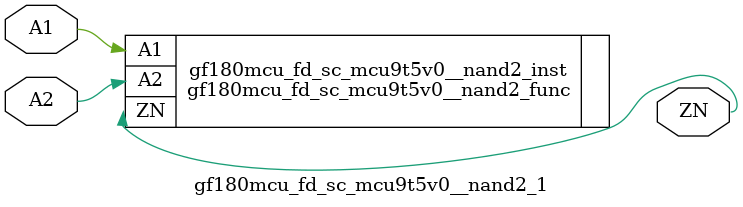
<source format=v>

`ifndef GF180MCU_FD_SC_MCU9T5V0__NAND2_1_V
`define GF180MCU_FD_SC_MCU9T5V0__NAND2_1_V

`include "gf180mcu_fd_sc_mcu9t5v0__nand2_func.v"

`ifdef USE_POWER_PINS
module gf180mcu_fd_sc_mcu9t5v0__nand2_1( A2, ZN, A1, VDD, VSS );
inout VDD, VSS;
`else // If not USE_POWER_PINS
module gf180mcu_fd_sc_mcu9t5v0__nand2_1( A2, ZN, A1 );
`endif // If not USE_POWER_PINS
input A1, A2;
output ZN;

`ifdef USE_POWER_PINS
  gf180mcu_fd_sc_mcu9t5v0__nand2_func gf180mcu_fd_sc_mcu9t5v0__nand2_inst(.A2(A2),.ZN(ZN),.A1(A1),.VDD(VDD),.VSS(VSS));
`else // If not USE_POWER_PINS
  gf180mcu_fd_sc_mcu9t5v0__nand2_func gf180mcu_fd_sc_mcu9t5v0__nand2_inst(.A2(A2),.ZN(ZN),.A1(A1));
`endif // If not USE_POWER_PINS

`ifndef FUNCTIONAL
	// spec_gates_begin


	// spec_gates_end



   specify

	// specify_block_begin

	// comb arc A1 --> ZN
	 (A1 => ZN) = (1.0,1.0);

	// comb arc A2 --> ZN
	 (A2 => ZN) = (1.0,1.0);

	// specify_block_end

   endspecify

   `endif

endmodule
`endif // GF180MCU_FD_SC_MCU9T5V0__NAND2_1_V

</source>
